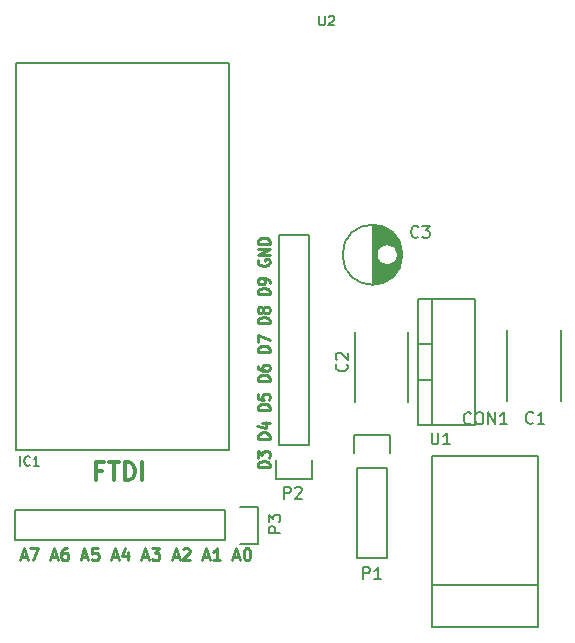
<source format=gto>
G04 #@! TF.FileFunction,Legend,Top*
%FSLAX46Y46*%
G04 Gerber Fmt 4.6, Leading zero omitted, Abs format (unit mm)*
G04 Created by KiCad (PCBNEW 4.0.4+e1-6308~48~ubuntu16.04.1-stable) date Wed Nov 16 10:49:13 2016*
%MOMM*%
%LPD*%
G01*
G04 APERTURE LIST*
%ADD10C,0.100000*%
%ADD11C,0.300000*%
%ADD12C,0.225000*%
%ADD13C,0.250000*%
%ADD14C,0.150000*%
%ADD15C,0.160000*%
G04 APERTURE END LIST*
D10*
D11*
X96335715Y-123792857D02*
X95835715Y-123792857D01*
X95835715Y-124578571D02*
X95835715Y-123078571D01*
X96550001Y-123078571D01*
X96907143Y-123078571D02*
X97764286Y-123078571D01*
X97335715Y-124578571D02*
X97335715Y-123078571D01*
X98264286Y-124578571D02*
X98264286Y-123078571D01*
X98621429Y-123078571D01*
X98835714Y-123150000D01*
X98978572Y-123292857D01*
X99050000Y-123435714D01*
X99121429Y-123721429D01*
X99121429Y-123935714D01*
X99050000Y-124221429D01*
X98978572Y-124364286D01*
X98835714Y-124507143D01*
X98621429Y-124578571D01*
X98264286Y-124578571D01*
X99764286Y-124578571D02*
X99764286Y-123078571D01*
D12*
X110552381Y-123507142D02*
X109552381Y-123507142D01*
X109552381Y-123292857D01*
X109600000Y-123164285D01*
X109695238Y-123078571D01*
X109790476Y-123035714D01*
X109980952Y-122992857D01*
X110123810Y-122992857D01*
X110314286Y-123035714D01*
X110409524Y-123078571D01*
X110504762Y-123164285D01*
X110552381Y-123292857D01*
X110552381Y-123507142D01*
X109552381Y-122692857D02*
X109552381Y-122135714D01*
X109933333Y-122435714D01*
X109933333Y-122307142D01*
X109980952Y-122221428D01*
X110028571Y-122178571D01*
X110123810Y-122135714D01*
X110361905Y-122135714D01*
X110457143Y-122178571D01*
X110504762Y-122221428D01*
X110552381Y-122307142D01*
X110552381Y-122564285D01*
X110504762Y-122649999D01*
X110457143Y-122692857D01*
X110552381Y-121064285D02*
X109552381Y-121064285D01*
X109552381Y-120850000D01*
X109600000Y-120721428D01*
X109695238Y-120635714D01*
X109790476Y-120592857D01*
X109980952Y-120550000D01*
X110123810Y-120550000D01*
X110314286Y-120592857D01*
X110409524Y-120635714D01*
X110504762Y-120721428D01*
X110552381Y-120850000D01*
X110552381Y-121064285D01*
X109885714Y-119778571D02*
X110552381Y-119778571D01*
X109504762Y-119992857D02*
X110219048Y-120207142D01*
X110219048Y-119650000D01*
X110552381Y-118621428D02*
X109552381Y-118621428D01*
X109552381Y-118407143D01*
X109600000Y-118278571D01*
X109695238Y-118192857D01*
X109790476Y-118150000D01*
X109980952Y-118107143D01*
X110123810Y-118107143D01*
X110314286Y-118150000D01*
X110409524Y-118192857D01*
X110504762Y-118278571D01*
X110552381Y-118407143D01*
X110552381Y-118621428D01*
X109552381Y-117292857D02*
X109552381Y-117721428D01*
X110028571Y-117764285D01*
X109980952Y-117721428D01*
X109933333Y-117635714D01*
X109933333Y-117421428D01*
X109980952Y-117335714D01*
X110028571Y-117292857D01*
X110123810Y-117250000D01*
X110361905Y-117250000D01*
X110457143Y-117292857D01*
X110504762Y-117335714D01*
X110552381Y-117421428D01*
X110552381Y-117635714D01*
X110504762Y-117721428D01*
X110457143Y-117764285D01*
X110552381Y-116178571D02*
X109552381Y-116178571D01*
X109552381Y-115964286D01*
X109600000Y-115835714D01*
X109695238Y-115750000D01*
X109790476Y-115707143D01*
X109980952Y-115664286D01*
X110123810Y-115664286D01*
X110314286Y-115707143D01*
X110409524Y-115750000D01*
X110504762Y-115835714D01*
X110552381Y-115964286D01*
X110552381Y-116178571D01*
X109552381Y-114892857D02*
X109552381Y-115064286D01*
X109600000Y-115150000D01*
X109647619Y-115192857D01*
X109790476Y-115278571D01*
X109980952Y-115321428D01*
X110361905Y-115321428D01*
X110457143Y-115278571D01*
X110504762Y-115235714D01*
X110552381Y-115150000D01*
X110552381Y-114978571D01*
X110504762Y-114892857D01*
X110457143Y-114850000D01*
X110361905Y-114807143D01*
X110123810Y-114807143D01*
X110028571Y-114850000D01*
X109980952Y-114892857D01*
X109933333Y-114978571D01*
X109933333Y-115150000D01*
X109980952Y-115235714D01*
X110028571Y-115278571D01*
X110123810Y-115321428D01*
X110552381Y-113735714D02*
X109552381Y-113735714D01*
X109552381Y-113521429D01*
X109600000Y-113392857D01*
X109695238Y-113307143D01*
X109790476Y-113264286D01*
X109980952Y-113221429D01*
X110123810Y-113221429D01*
X110314286Y-113264286D01*
X110409524Y-113307143D01*
X110504762Y-113392857D01*
X110552381Y-113521429D01*
X110552381Y-113735714D01*
X109552381Y-112921429D02*
X109552381Y-112321429D01*
X110552381Y-112707143D01*
X110552381Y-111292857D02*
X109552381Y-111292857D01*
X109552381Y-111078572D01*
X109600000Y-110950000D01*
X109695238Y-110864286D01*
X109790476Y-110821429D01*
X109980952Y-110778572D01*
X110123810Y-110778572D01*
X110314286Y-110821429D01*
X110409524Y-110864286D01*
X110504762Y-110950000D01*
X110552381Y-111078572D01*
X110552381Y-111292857D01*
X109980952Y-110264286D02*
X109933333Y-110350000D01*
X109885714Y-110392857D01*
X109790476Y-110435714D01*
X109742857Y-110435714D01*
X109647619Y-110392857D01*
X109600000Y-110350000D01*
X109552381Y-110264286D01*
X109552381Y-110092857D01*
X109600000Y-110007143D01*
X109647619Y-109964286D01*
X109742857Y-109921429D01*
X109790476Y-109921429D01*
X109885714Y-109964286D01*
X109933333Y-110007143D01*
X109980952Y-110092857D01*
X109980952Y-110264286D01*
X110028571Y-110350000D01*
X110076190Y-110392857D01*
X110171429Y-110435714D01*
X110361905Y-110435714D01*
X110457143Y-110392857D01*
X110504762Y-110350000D01*
X110552381Y-110264286D01*
X110552381Y-110092857D01*
X110504762Y-110007143D01*
X110457143Y-109964286D01*
X110361905Y-109921429D01*
X110171429Y-109921429D01*
X110076190Y-109964286D01*
X110028571Y-110007143D01*
X109980952Y-110092857D01*
X110552381Y-108850000D02*
X109552381Y-108850000D01*
X109552381Y-108635715D01*
X109600000Y-108507143D01*
X109695238Y-108421429D01*
X109790476Y-108378572D01*
X109980952Y-108335715D01*
X110123810Y-108335715D01*
X110314286Y-108378572D01*
X110409524Y-108421429D01*
X110504762Y-108507143D01*
X110552381Y-108635715D01*
X110552381Y-108850000D01*
X110552381Y-107907143D02*
X110552381Y-107735715D01*
X110504762Y-107650000D01*
X110457143Y-107607143D01*
X110314286Y-107521429D01*
X110123810Y-107478572D01*
X109742857Y-107478572D01*
X109647619Y-107521429D01*
X109600000Y-107564286D01*
X109552381Y-107650000D01*
X109552381Y-107821429D01*
X109600000Y-107907143D01*
X109647619Y-107950000D01*
X109742857Y-107992857D01*
X109980952Y-107992857D01*
X110076190Y-107950000D01*
X110123810Y-107907143D01*
X110171429Y-107821429D01*
X110171429Y-107650000D01*
X110123810Y-107564286D01*
X110076190Y-107521429D01*
X109980952Y-107478572D01*
X109600000Y-105935715D02*
X109552381Y-106021429D01*
X109552381Y-106150000D01*
X109600000Y-106278572D01*
X109695238Y-106364286D01*
X109790476Y-106407143D01*
X109980952Y-106450000D01*
X110123810Y-106450000D01*
X110314286Y-106407143D01*
X110409524Y-106364286D01*
X110504762Y-106278572D01*
X110552381Y-106150000D01*
X110552381Y-106064286D01*
X110504762Y-105935715D01*
X110457143Y-105892858D01*
X110123810Y-105892858D01*
X110123810Y-106064286D01*
X110552381Y-105507143D02*
X109552381Y-105507143D01*
X110552381Y-104992858D01*
X109552381Y-104992858D01*
X110552381Y-104564286D02*
X109552381Y-104564286D01*
X109552381Y-104350001D01*
X109600000Y-104221429D01*
X109695238Y-104135715D01*
X109790476Y-104092858D01*
X109980952Y-104050001D01*
X110123810Y-104050001D01*
X110314286Y-104092858D01*
X110409524Y-104135715D01*
X110504762Y-104221429D01*
X110552381Y-104350001D01*
X110552381Y-104564286D01*
D13*
X89485713Y-131066667D02*
X89961904Y-131066667D01*
X89390475Y-131352381D02*
X89723808Y-130352381D01*
X90057142Y-131352381D01*
X90295237Y-130352381D02*
X90961904Y-130352381D01*
X90533332Y-131352381D01*
X92057142Y-131066667D02*
X92533333Y-131066667D01*
X91961904Y-131352381D02*
X92295237Y-130352381D01*
X92628571Y-131352381D01*
X93390476Y-130352381D02*
X93199999Y-130352381D01*
X93104761Y-130400000D01*
X93057142Y-130447619D01*
X92961904Y-130590476D01*
X92914285Y-130780952D01*
X92914285Y-131161905D01*
X92961904Y-131257143D01*
X93009523Y-131304762D01*
X93104761Y-131352381D01*
X93295238Y-131352381D01*
X93390476Y-131304762D01*
X93438095Y-131257143D01*
X93485714Y-131161905D01*
X93485714Y-130923810D01*
X93438095Y-130828571D01*
X93390476Y-130780952D01*
X93295238Y-130733333D01*
X93104761Y-130733333D01*
X93009523Y-130780952D01*
X92961904Y-130828571D01*
X92914285Y-130923810D01*
X94628571Y-131066667D02*
X95104762Y-131066667D01*
X94533333Y-131352381D02*
X94866666Y-130352381D01*
X95200000Y-131352381D01*
X96009524Y-130352381D02*
X95533333Y-130352381D01*
X95485714Y-130828571D01*
X95533333Y-130780952D01*
X95628571Y-130733333D01*
X95866667Y-130733333D01*
X95961905Y-130780952D01*
X96009524Y-130828571D01*
X96057143Y-130923810D01*
X96057143Y-131161905D01*
X96009524Y-131257143D01*
X95961905Y-131304762D01*
X95866667Y-131352381D01*
X95628571Y-131352381D01*
X95533333Y-131304762D01*
X95485714Y-131257143D01*
X97200000Y-131066667D02*
X97676191Y-131066667D01*
X97104762Y-131352381D02*
X97438095Y-130352381D01*
X97771429Y-131352381D01*
X98533334Y-130685714D02*
X98533334Y-131352381D01*
X98295238Y-130304762D02*
X98057143Y-131019048D01*
X98676191Y-131019048D01*
X99771429Y-131066667D02*
X100247620Y-131066667D01*
X99676191Y-131352381D02*
X100009524Y-130352381D01*
X100342858Y-131352381D01*
X100580953Y-130352381D02*
X101200001Y-130352381D01*
X100866667Y-130733333D01*
X101009525Y-130733333D01*
X101104763Y-130780952D01*
X101152382Y-130828571D01*
X101200001Y-130923810D01*
X101200001Y-131161905D01*
X101152382Y-131257143D01*
X101104763Y-131304762D01*
X101009525Y-131352381D01*
X100723810Y-131352381D01*
X100628572Y-131304762D01*
X100580953Y-131257143D01*
X102342858Y-131066667D02*
X102819049Y-131066667D01*
X102247620Y-131352381D02*
X102580953Y-130352381D01*
X102914287Y-131352381D01*
X103200001Y-130447619D02*
X103247620Y-130400000D01*
X103342858Y-130352381D01*
X103580954Y-130352381D01*
X103676192Y-130400000D01*
X103723811Y-130447619D01*
X103771430Y-130542857D01*
X103771430Y-130638095D01*
X103723811Y-130780952D01*
X103152382Y-131352381D01*
X103771430Y-131352381D01*
X104914287Y-131066667D02*
X105390478Y-131066667D01*
X104819049Y-131352381D02*
X105152382Y-130352381D01*
X105485716Y-131352381D01*
X106342859Y-131352381D02*
X105771430Y-131352381D01*
X106057144Y-131352381D02*
X106057144Y-130352381D01*
X105961906Y-130495238D01*
X105866668Y-130590476D01*
X105771430Y-130638095D01*
X107485716Y-131066667D02*
X107961907Y-131066667D01*
X107390478Y-131352381D02*
X107723811Y-130352381D01*
X108057145Y-131352381D01*
X108580954Y-130352381D02*
X108676193Y-130352381D01*
X108771431Y-130400000D01*
X108819050Y-130447619D01*
X108866669Y-130542857D01*
X108914288Y-130733333D01*
X108914288Y-130971429D01*
X108866669Y-131161905D01*
X108819050Y-131257143D01*
X108771431Y-131304762D01*
X108676193Y-131352381D01*
X108580954Y-131352381D01*
X108485716Y-131304762D01*
X108438097Y-131257143D01*
X108390478Y-131161905D01*
X108342859Y-130971429D01*
X108342859Y-130733333D01*
X108390478Y-130542857D01*
X108438097Y-130447619D01*
X108485716Y-130400000D01*
X108580954Y-130352381D01*
D14*
X130675000Y-117850000D02*
X130675000Y-111850000D01*
X135175000Y-111850000D02*
X135175000Y-117850000D01*
X122250000Y-112000000D02*
X122250000Y-118000000D01*
X117750000Y-118000000D02*
X117750000Y-112000000D01*
X119325000Y-103001000D02*
X119325000Y-107999000D01*
X119465000Y-103009000D02*
X119465000Y-107991000D01*
X119605000Y-103025000D02*
X119605000Y-105405000D01*
X119605000Y-105595000D02*
X119605000Y-107975000D01*
X119745000Y-103049000D02*
X119745000Y-105010000D01*
X119745000Y-105990000D02*
X119745000Y-107951000D01*
X119885000Y-103082000D02*
X119885000Y-104843000D01*
X119885000Y-106157000D02*
X119885000Y-107918000D01*
X120025000Y-103123000D02*
X120025000Y-104736000D01*
X120025000Y-106264000D02*
X120025000Y-107877000D01*
X120165000Y-103173000D02*
X120165000Y-104665000D01*
X120165000Y-106335000D02*
X120165000Y-107827000D01*
X120305000Y-103234000D02*
X120305000Y-104621000D01*
X120305000Y-106379000D02*
X120305000Y-107766000D01*
X120445000Y-103304000D02*
X120445000Y-104602000D01*
X120445000Y-106398000D02*
X120445000Y-107696000D01*
X120585000Y-103386000D02*
X120585000Y-104604000D01*
X120585000Y-106396000D02*
X120585000Y-107614000D01*
X120725000Y-103481000D02*
X120725000Y-104629000D01*
X120725000Y-106371000D02*
X120725000Y-107519000D01*
X120865000Y-103592000D02*
X120865000Y-104677000D01*
X120865000Y-106323000D02*
X120865000Y-107408000D01*
X121005000Y-103720000D02*
X121005000Y-104755000D01*
X121005000Y-106245000D02*
X121005000Y-107280000D01*
X121145000Y-103869000D02*
X121145000Y-104872000D01*
X121145000Y-106128000D02*
X121145000Y-107131000D01*
X121285000Y-104048000D02*
X121285000Y-105060000D01*
X121285000Y-105940000D02*
X121285000Y-106952000D01*
X121425000Y-104267000D02*
X121425000Y-106733000D01*
X121565000Y-104556000D02*
X121565000Y-106444000D01*
X121705000Y-105028000D02*
X121705000Y-105972000D01*
X121400000Y-105500000D02*
G75*
G03X121400000Y-105500000I-900000J0D01*
G01*
X121787500Y-105500000D02*
G75*
G03X121787500Y-105500000I-2537500J0D01*
G01*
X107144000Y-89260000D02*
X89110000Y-89260000D01*
X89110000Y-122026000D02*
X107144000Y-122026000D01*
X107144000Y-89260000D02*
X107144000Y-122026000D01*
X89110000Y-122026000D02*
X89110000Y-89260000D01*
X117930000Y-123570000D02*
X117930000Y-131190000D01*
X120470000Y-123570000D02*
X120470000Y-131190000D01*
X120750000Y-120750000D02*
X120750000Y-122300000D01*
X117930000Y-131190000D02*
X120470000Y-131190000D01*
X120470000Y-123570000D02*
X117930000Y-123570000D01*
X117650000Y-122300000D02*
X117650000Y-120750000D01*
X117650000Y-120750000D02*
X120750000Y-120750000D01*
X111330000Y-121630000D02*
X111330000Y-103850000D01*
X111330000Y-103850000D02*
X113870000Y-103850000D01*
X113870000Y-103850000D02*
X113870000Y-121630000D01*
X111050000Y-124450000D02*
X111050000Y-122900000D01*
X111330000Y-121630000D02*
X113870000Y-121630000D01*
X114150000Y-122900000D02*
X114150000Y-124450000D01*
X114150000Y-124450000D02*
X111050000Y-124450000D01*
X106730000Y-129670000D02*
X88950000Y-129670000D01*
X88950000Y-129670000D02*
X88950000Y-127130000D01*
X88950000Y-127130000D02*
X106730000Y-127130000D01*
X109550000Y-129950000D02*
X108000000Y-129950000D01*
X106730000Y-129670000D02*
X106730000Y-127130000D01*
X108000000Y-126850000D02*
X109550000Y-126850000D01*
X109550000Y-126850000D02*
X109550000Y-129950000D01*
X123127000Y-116074000D02*
X124270000Y-116074000D01*
X123127000Y-113026000D02*
X124270000Y-113026000D01*
X124270000Y-109216000D02*
X127953000Y-109216000D01*
X127953000Y-109216000D02*
X127953000Y-119884000D01*
X127953000Y-119884000D02*
X124270000Y-119884000D01*
X123127000Y-109216000D02*
X124270000Y-109216000D01*
X124270000Y-109216000D02*
X124270000Y-119884000D01*
X124270000Y-119884000D02*
X123127000Y-119884000D01*
X123127000Y-114550000D02*
X123127000Y-119884000D01*
X123127000Y-114550000D02*
X123127000Y-109216000D01*
X124299120Y-133500500D02*
X133300880Y-133500500D01*
X124299120Y-137000620D02*
X133300880Y-137000620D01*
X133300880Y-137000620D02*
X133300880Y-122499760D01*
X133300880Y-122499760D02*
X124299120Y-122499760D01*
X124299120Y-122499760D02*
X124299120Y-137000620D01*
D15*
X114744476Y-85283905D02*
X114744476Y-85931524D01*
X114782571Y-86007714D01*
X114820667Y-86045810D01*
X114896857Y-86083905D01*
X115049238Y-86083905D01*
X115125429Y-86045810D01*
X115163524Y-86007714D01*
X115201619Y-85931524D01*
X115201619Y-85283905D01*
X115544476Y-85360095D02*
X115582571Y-85322000D01*
X115658762Y-85283905D01*
X115849238Y-85283905D01*
X115925428Y-85322000D01*
X115963524Y-85360095D01*
X116001619Y-85436286D01*
X116001619Y-85512476D01*
X115963524Y-85626762D01*
X115506381Y-86083905D01*
X116001619Y-86083905D01*
D14*
X132858334Y-119707143D02*
X132810715Y-119754762D01*
X132667858Y-119802381D01*
X132572620Y-119802381D01*
X132429762Y-119754762D01*
X132334524Y-119659524D01*
X132286905Y-119564286D01*
X132239286Y-119373810D01*
X132239286Y-119230952D01*
X132286905Y-119040476D01*
X132334524Y-118945238D01*
X132429762Y-118850000D01*
X132572620Y-118802381D01*
X132667858Y-118802381D01*
X132810715Y-118850000D01*
X132858334Y-118897619D01*
X133810715Y-119802381D02*
X133239286Y-119802381D01*
X133525000Y-119802381D02*
X133525000Y-118802381D01*
X133429762Y-118945238D01*
X133334524Y-119040476D01*
X133239286Y-119088095D01*
X117057143Y-114766666D02*
X117104762Y-114814285D01*
X117152381Y-114957142D01*
X117152381Y-115052380D01*
X117104762Y-115195238D01*
X117009524Y-115290476D01*
X116914286Y-115338095D01*
X116723810Y-115385714D01*
X116580952Y-115385714D01*
X116390476Y-115338095D01*
X116295238Y-115290476D01*
X116200000Y-115195238D01*
X116152381Y-115052380D01*
X116152381Y-114957142D01*
X116200000Y-114814285D01*
X116247619Y-114766666D01*
X116247619Y-114385714D02*
X116200000Y-114338095D01*
X116152381Y-114242857D01*
X116152381Y-114004761D01*
X116200000Y-113909523D01*
X116247619Y-113861904D01*
X116342857Y-113814285D01*
X116438095Y-113814285D01*
X116580952Y-113861904D01*
X117152381Y-114433333D01*
X117152381Y-113814285D01*
X123133334Y-103957143D02*
X123085715Y-104004762D01*
X122942858Y-104052381D01*
X122847620Y-104052381D01*
X122704762Y-104004762D01*
X122609524Y-103909524D01*
X122561905Y-103814286D01*
X122514286Y-103623810D01*
X122514286Y-103480952D01*
X122561905Y-103290476D01*
X122609524Y-103195238D01*
X122704762Y-103100000D01*
X122847620Y-103052381D01*
X122942858Y-103052381D01*
X123085715Y-103100000D01*
X123133334Y-103147619D01*
X123466667Y-103052381D02*
X124085715Y-103052381D01*
X123752381Y-103433333D01*
X123895239Y-103433333D01*
X123990477Y-103480952D01*
X124038096Y-103528571D01*
X124085715Y-103623810D01*
X124085715Y-103861905D01*
X124038096Y-103957143D01*
X123990477Y-104004762D01*
X123895239Y-104052381D01*
X123609524Y-104052381D01*
X123514286Y-104004762D01*
X123466667Y-103957143D01*
D15*
X89419048Y-123361905D02*
X89419048Y-122561905D01*
X90257143Y-123285714D02*
X90219048Y-123323810D01*
X90104762Y-123361905D01*
X90028572Y-123361905D01*
X89914286Y-123323810D01*
X89838095Y-123247619D01*
X89800000Y-123171429D01*
X89761905Y-123019048D01*
X89761905Y-122904762D01*
X89800000Y-122752381D01*
X89838095Y-122676190D01*
X89914286Y-122600000D01*
X90028572Y-122561905D01*
X90104762Y-122561905D01*
X90219048Y-122600000D01*
X90257143Y-122638095D01*
X91019048Y-123361905D02*
X90561905Y-123361905D01*
X90790476Y-123361905D02*
X90790476Y-122561905D01*
X90714286Y-122676190D01*
X90638095Y-122752381D01*
X90561905Y-122790476D01*
D14*
X118461905Y-132952381D02*
X118461905Y-131952381D01*
X118842858Y-131952381D01*
X118938096Y-132000000D01*
X118985715Y-132047619D01*
X119033334Y-132142857D01*
X119033334Y-132285714D01*
X118985715Y-132380952D01*
X118938096Y-132428571D01*
X118842858Y-132476190D01*
X118461905Y-132476190D01*
X119985715Y-132952381D02*
X119414286Y-132952381D01*
X119700000Y-132952381D02*
X119700000Y-131952381D01*
X119604762Y-132095238D01*
X119509524Y-132190476D01*
X119414286Y-132238095D01*
X111761905Y-126152381D02*
X111761905Y-125152381D01*
X112142858Y-125152381D01*
X112238096Y-125200000D01*
X112285715Y-125247619D01*
X112333334Y-125342857D01*
X112333334Y-125485714D01*
X112285715Y-125580952D01*
X112238096Y-125628571D01*
X112142858Y-125676190D01*
X111761905Y-125676190D01*
X112714286Y-125247619D02*
X112761905Y-125200000D01*
X112857143Y-125152381D01*
X113095239Y-125152381D01*
X113190477Y-125200000D01*
X113238096Y-125247619D01*
X113285715Y-125342857D01*
X113285715Y-125438095D01*
X113238096Y-125580952D01*
X112666667Y-126152381D01*
X113285715Y-126152381D01*
X111452381Y-129038095D02*
X110452381Y-129038095D01*
X110452381Y-128657142D01*
X110500000Y-128561904D01*
X110547619Y-128514285D01*
X110642857Y-128466666D01*
X110785714Y-128466666D01*
X110880952Y-128514285D01*
X110928571Y-128561904D01*
X110976190Y-128657142D01*
X110976190Y-129038095D01*
X110452381Y-128133333D02*
X110452381Y-127514285D01*
X110833333Y-127847619D01*
X110833333Y-127704761D01*
X110880952Y-127609523D01*
X110928571Y-127561904D01*
X111023810Y-127514285D01*
X111261905Y-127514285D01*
X111357143Y-127561904D01*
X111404762Y-127609523D01*
X111452381Y-127704761D01*
X111452381Y-127990476D01*
X111404762Y-128085714D01*
X111357143Y-128133333D01*
X124263095Y-120552381D02*
X124263095Y-121361905D01*
X124310714Y-121457143D01*
X124358333Y-121504762D01*
X124453571Y-121552381D01*
X124644048Y-121552381D01*
X124739286Y-121504762D01*
X124786905Y-121457143D01*
X124834524Y-121361905D01*
X124834524Y-120552381D01*
X125834524Y-121552381D02*
X125263095Y-121552381D01*
X125548809Y-121552381D02*
X125548809Y-120552381D01*
X125453571Y-120695238D01*
X125358333Y-120790476D01*
X125263095Y-120838095D01*
X127585715Y-119758103D02*
X127538096Y-119805722D01*
X127395239Y-119853341D01*
X127300001Y-119853341D01*
X127157143Y-119805722D01*
X127061905Y-119710484D01*
X127014286Y-119615246D01*
X126966667Y-119424770D01*
X126966667Y-119281912D01*
X127014286Y-119091436D01*
X127061905Y-118996198D01*
X127157143Y-118900960D01*
X127300001Y-118853341D01*
X127395239Y-118853341D01*
X127538096Y-118900960D01*
X127585715Y-118948579D01*
X128204762Y-118853341D02*
X128395239Y-118853341D01*
X128490477Y-118900960D01*
X128585715Y-118996198D01*
X128633334Y-119186674D01*
X128633334Y-119520008D01*
X128585715Y-119710484D01*
X128490477Y-119805722D01*
X128395239Y-119853341D01*
X128204762Y-119853341D01*
X128109524Y-119805722D01*
X128014286Y-119710484D01*
X127966667Y-119520008D01*
X127966667Y-119186674D01*
X128014286Y-118996198D01*
X128109524Y-118900960D01*
X128204762Y-118853341D01*
X129061905Y-119853341D02*
X129061905Y-118853341D01*
X129633334Y-119853341D01*
X129633334Y-118853341D01*
X130633334Y-119853341D02*
X130061905Y-119853341D01*
X130347619Y-119853341D02*
X130347619Y-118853341D01*
X130252381Y-118996198D01*
X130157143Y-119091436D01*
X130061905Y-119139055D01*
M02*

</source>
